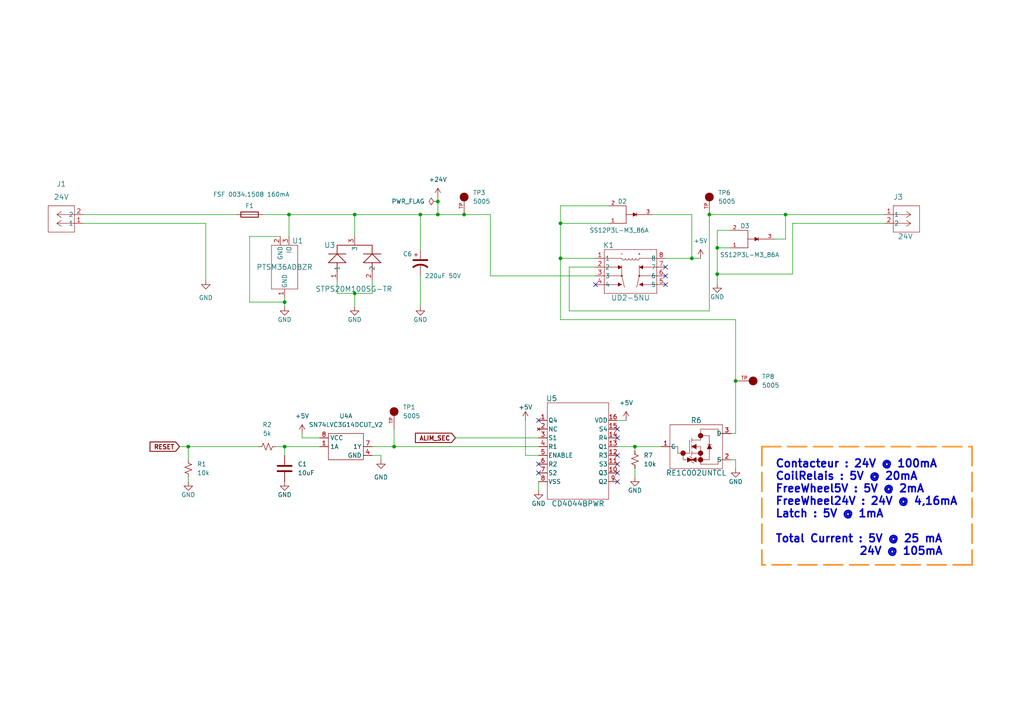
<source format=kicad_sch>
(kicad_sch (version 20211123) (generator eeschema)
  (paper "A4")
  (title_block (title "BUMBLEBEE") (date "2024-01-15") (rev "1.00") (company "ExoFlex") (comment 1 "Bumblebee"))
  (lib_symbols
    (symbol "1729128_1" (pin_names (offset 0.254))
      (property "Reference" "J" (at 6.35 3.81 0))
      (property "Value" "1729128_1" (at 8.89 -6.35 0))
      (symbol "1729128_1_1_1"
        (polyline (pts (xy 5.08 -5.08) (xy 12.7 -5.08)) (stroke (width 0.127)))
        (polyline (pts (xy 5.08 2.54) (xy 5.08 -5.08)) (stroke (width 0.127)))
        (polyline (pts (xy 10.16 -2.54) (xy 5.08 -2.54)) (stroke (width 0.127)))
        (polyline (pts (xy 10.16 -2.54) (xy 8.89 -3.3867)) (stroke (width 0.127)))
        (polyline (pts (xy 10.16 -2.54) (xy 8.89 -1.6933)) (stroke (width 0.127)))
        (polyline (pts (xy 10.16 0) (xy 5.08 0)) (stroke (width 0.127)))
        (polyline (pts (xy 10.16 0) (xy 8.89 -0.8467)) (stroke (width 0.127)))
        (polyline (pts (xy 10.16 0) (xy 8.89 0.8467)) (stroke (width 0.127)))
        (polyline (pts (xy 12.7 -5.08) (xy 12.7 2.54)) (stroke (width 0.127)))
        (polyline (pts (xy 12.7 2.54) (xy 5.08 2.54)) (stroke (width 0.127)))
        (pin unspecified line (at 2.54 0 0) (length 2.54) (name "1") (number "1"))
        (pin bidirectional line (at 2.54 -2.54 0) (length 2.54) (name "2") (number "2"))
      )
      (symbol "1729128_1_1_2"
        (polyline (pts (xy 5.08 -5.08) (xy 12.7 -5.08)) (stroke (width 0.127)))
        (polyline (pts (xy 5.08 2.54) (xy 5.08 -5.08)) (stroke (width 0.127)))
        (polyline (pts (xy 7.62 -2.54) (xy 5.08 -2.54)) (stroke (width 0.127)))
        (polyline (pts (xy 7.62 -2.54) (xy 8.89 -3.3867)) (stroke (width 0.127)))
        (polyline (pts (xy 7.62 -2.54) (xy 8.89 -1.6933)) (stroke (width 0.127)))
        (polyline (pts (xy 7.62 0) (xy 5.08 0)) (stroke (width 0.127)))
        (polyline (pts (xy 7.62 0) (xy 8.89 -0.8467)) (stroke (width 0.127)))
        (polyline (pts (xy 7.62 0) (xy 8.89 0.8467)) (stroke (width 0.127)))
        (polyline (pts (xy 12.7 -5.08) (xy 12.7 2.54)) (stroke (width 0.127)))
        (polyline (pts (xy 12.7 2.54) (xy 5.08 2.54)) (stroke (width 0.127)))
        (pin unspecified line (at 0 0 0) (length 5.08) (name "1") (number "1"))
        (pin unspecified line (at 0 -2.54 0) (length 5.08) (name "2") (number "2"))
      )
    )
    (symbol "Device:C" (pin_numbers hide) (pin_names (offset 0.254))
      (property "Reference" "C" (at 0.635 2.54 0))
      (property "Value" "C" (at 0.635 -2.54 0))
      (symbol "C_0_1"
        (polyline (pts (xy -2.032 -0.762) (xy 2.032 -0.762)) (stroke (width 0.508)))
        (polyline (pts (xy -2.032 0.762) (xy 2.032 0.762)) (stroke (width 0.508)))
      )
      (symbol "C_1_1"
        (pin passive line (at 0 3.81 270) (length 2.794) (name "~") (number "1"))
        (pin passive line (at 0 -3.81 90) (length 2.794) (name "~") (number "2"))
      )
    )
    (symbol "Device:C_Polarized_US" (pin_numbers hide) (pin_names (offset 0.254) hide)
      (property "Reference" "C" (at 0.635 2.54 0))
      (property "Value" "C_Polarized_US" (at 0.635 -2.54 0))
      (symbol "C_Polarized_US_0_1"
        (polyline (pts (xy -2.032 0.762) (xy 2.032 0.762)) (stroke (width 0.508)))
        (polyline (pts (xy -1.778 2.286) (xy -0.762 2.286)))
        (polyline (pts (xy -1.27 1.778) (xy -1.27 2.794)))
        (arc (start 2.032 -1.27) (mid 0 -0.5572) (end -2.032 -1.27) (stroke (width 0.508)))
      )
      (symbol "C_Polarized_US_1_1"
        (pin passive line (at 0 3.81 270) (length 2.794) (name "~") (number "1"))
        (pin passive line (at 0 -3.81 90) (length 3.302) (name "~") (number "2"))
      )
    )
    (symbol "Device:Fuse" (pin_numbers hide) (pin_names (offset 0))
      (property "Reference" "F" (at 2.032 0 90))
      (property "Value" "Fuse" (at -1.905 0 90))
      (symbol "Fuse_0_1"
        (rectangle (start -0.762 -2.54) (end 0.762 2.54) (stroke (width 0.254)))
        (polyline (pts (xy 0 2.54) (xy 0 -2.54)))
      )
      (symbol "Fuse_1_1"
        (pin passive line (at 0 3.81 270) (length 1.27) (name "~") (number "1"))
        (pin passive line (at 0 -3.81 90) (length 1.27) (name "~") (number "2"))
      )
    )
    (symbol "Device:R_Small_US" (pin_numbers hide) (pin_names (offset 0.254) hide)
      (property "Reference" "R" (at 0.762 0.508 0))
      (property "Value" "R_Small_US" (at 0.762 -1.016 0))
      (symbol "R_Small_US_1_1"
        (polyline (pts (xy 0 0) (xy 1.016 -0.381) (xy 0 -0.762) (xy -1.016 -1.143) (xy 0 -1.524)))
        (polyline (pts (xy 0 1.524) (xy 1.016 1.143) (xy 0 0.762) (xy -1.016 0.381) (xy 0 0)))
        (pin passive line (at 0 2.54 270) (length 1.016) (name "~") (number "1"))
        (pin passive line (at 0 -2.54 90) (length 1.016) (name "~") (number "2"))
      )
    )
    (symbol "SS12P2L-M3_86A_1" (pin_names (offset 1.016))
      (property "Reference" "D" (at -10.16 5.08 0))
      (property "Value" "SS12P2L-M3_86A_1" (at -10.16 -7.62 0))
      (symbol "SS12P2L-M3_86A_1_0_0"
        (polyline (pts (xy -2.54 -2.54) (xy -5.08 -2.54)) (stroke (width 0.1524)))
        (polyline (pts (xy -2.54 0) (xy -2.54 -2.54)) (stroke (width 0.1524)))
        (polyline (pts (xy -2.54 0) (xy -2.54 2.54)) (stroke (width 0.1524)))
        (polyline (pts (xy -2.54 0) (xy -0.508 0)) (stroke (width 0.1524)))
        (polyline (pts (xy -2.54 2.54) (xy -5.08 2.54)) (stroke (width 0.1524)))
        (polyline (pts (xy 0.508 -0.508) (xy 0.508 0.508)) (stroke (width 0.1524)))
        (polyline (pts (xy 0.508 0) (xy 2.54 0)) (stroke (width 0.1524)))
        (polyline (pts (xy -0.508 -0.508) (xy -0.508 0.508) (xy 0.508 0) (xy -0.508 -0.508)) (stroke (width 0.1524)) (fill (type outline)))
        (pin bidirectional line (at -7.62 -2.54 0) (length 2.54) (name "~") (number "1"))
        (pin bidirectional line (at -7.62 2.54 0) (length 2.54) (name "~") (number "2"))
        (pin bidirectional line (at 5.08 0 180) (length 2.54) (name "~") (number "3"))
      )
    )
    (symbol "SymLib:1729128" (pin_names (offset 0.254))
      (property "Reference" "J" (at 6.35 3.81 0))
      (property "Value" "1729128" (at 8.89 -6.35 0))
      (symbol "1729128_1_1"
        (polyline (pts (xy 5.08 -5.08) (xy 12.7 -5.08)) (stroke (width 0.127)))
        (polyline (pts (xy 5.08 2.54) (xy 5.08 -5.08)) (stroke (width 0.127)))
        (polyline (pts (xy 10.16 -2.54) (xy 5.08 -2.54)) (stroke (width 0.127)))
        (polyline (pts (xy 10.16 -2.54) (xy 8.89 -3.3867)) (stroke (width 0.127)))
        (polyline (pts (xy 10.16 -2.54) (xy 8.89 -1.6933)) (stroke (width 0.127)))
        (polyline (pts (xy 10.16 0) (xy 5.08 0)) (stroke (width 0.127)))
        (polyline (pts (xy 10.16 0) (xy 8.89 -0.8467)) (stroke (width 0.127)))
        (polyline (pts (xy 10.16 0) (xy 8.89 0.8467)) (stroke (width 0.127)))
        (polyline (pts (xy 12.7 -5.08) (xy 12.7 2.54)) (stroke (width 0.127)))
        (polyline (pts (xy 12.7 2.54) (xy 5.08 2.54)) (stroke (width 0.127)))
        (pin unspecified line (at 2.54 0 0) (length 2.54) (name "1") (number "1"))
        (pin unspecified line (at 2.54 -2.54 0) (length 2.54) (name "2") (number "2"))
      )
      (symbol "1729128_1_2"
        (polyline (pts (xy 5.08 -5.08) (xy 12.7 -5.08)) (stroke (width 0.127)))
        (polyline (pts (xy 5.08 2.54) (xy 5.08 -5.08)) (stroke (width 0.127)))
        (polyline (pts (xy 7.62 -2.54) (xy 5.08 -2.54)) (stroke (width 0.127)))
        (polyline (pts (xy 7.62 -2.54) (xy 8.89 -3.3867)) (stroke (width 0.127)))
        (polyline (pts (xy 7.62 -2.54) (xy 8.89 -1.6933)) (stroke (width 0.127)))
        (polyline (pts (xy 7.62 0) (xy 5.08 0)) (stroke (width 0.127)))
        (polyline (pts (xy 7.62 0) (xy 8.89 -0.8467)) (stroke (width 0.127)))
        (polyline (pts (xy 7.62 0) (xy 8.89 0.8467)) (stroke (width 0.127)))
        (polyline (pts (xy 12.7 -5.08) (xy 12.7 2.54)) (stroke (width 0.127)))
        (polyline (pts (xy 12.7 2.54) (xy 5.08 2.54)) (stroke (width 0.127)))
        (pin unspecified line (at 0 0 0) (length 5.08) (name "1") (number "1"))
        (pin unspecified line (at 0 -2.54 0) (length 5.08) (name "2") (number "2"))
      )
    )
    (symbol "SymLib:5005" (pin_names (offset 1.016))
      (property "Reference" "TP" (at -2.54 2.54 0))
      (property "Value" "5005" (at -2.54 -3.81 0))
      (symbol "5005_0_0"
        (circle (center 0 0) (radius 0.635) (stroke (width 1.27)))
        (pin passive line (at -5.08 0 0) (length 5.08) (name "~") (number "TP"))
      )
    )
    (symbol "SymLib:CD4044BPWR" (pin_names (offset 0.254))
      (property "Reference" "U" (at 8.89 6.35 0))
      (property "Value" "CD4044BPWR" (at 15.24 -24.13 0))
      (symbol "CD4044BPWR_0_1"
        (polyline (pts (xy 7.62 -22.86) (xy 25.4 -22.86)) (stroke (width 0.127)))
        (polyline (pts (xy 7.62 5.08) (xy 7.62 -22.86)) (stroke (width 0.127)))
        (polyline (pts (xy 25.4 -22.86) (xy 25.4 5.08)) (stroke (width 0.127)))
        (polyline (pts (xy 25.4 5.08) (xy 7.62 5.08)) (stroke (width 0.127)))
        (pin unspecified line (at 5.08 0 0) (length 2.54) (name "Q4") (number "1"))
        (pin unspecified line (at 27.94 -15.24 180) (length 2.54) (name "Q3") (number "10"))
        (pin unspecified line (at 27.94 -12.7 180) (length 2.54) (name "S3") (number "11"))
        (pin unspecified line (at 27.94 -10.16 180) (length 2.54) (name "R3") (number "12"))
        (pin unspecified line (at 27.94 -7.62 180) (length 2.54) (name "Q1") (number "13"))
        (pin unspecified line (at 27.94 -5.08 180) (length 2.54) (name "R4") (number "14"))
        (pin unspecified line (at 27.94 -2.54 180) (length 2.54) (name "S4") (number "15"))
        (pin bidirectional line (at 27.94 0 180) (length 2.54) (name "VDD") (number "16"))
        (pin no_connect line (at 5.08 -2.54 0) (length 2.54) (name "NC") (number "2"))
        (pin unspecified line (at 5.08 -5.08 0) (length 2.54) (name "S1") (number "3"))
        (pin unspecified line (at 5.08 -7.62 0) (length 2.54) (name "R1") (number "4"))
        (pin unspecified line (at 5.08 -10.16 0) (length 2.54) (name "ENABLE") (number "5"))
        (pin unspecified line (at 5.08 -12.7 0) (length 2.54) (name "R2") (number "6"))
        (pin unspecified line (at 5.08 -15.24 0) (length 2.54) (name "S2") (number "7"))
        (pin bidirectional line (at 5.08 -17.78 0) (length 2.54) (name "VSS") (number "8"))
        (pin unspecified line (at 27.94 -17.78 180) (length 2.54) (name "Q2") (number "9"))
      )
    )
    (symbol "SymLib:PTSM36ADBZR" (pin_names (offset 0.254))
      (property "Reference" "U" (at -5.08 5.08 0))
      (property "Value" "PTSM36ADBZR" (at 0 -5.08 0))
      (symbol "PTSM36ADBZR_0_1"
        (polyline (pts (xy -6.35 -3.81) (xy 6.35 -3.81)) (stroke (width 0.127)))
        (polyline (pts (xy -6.35 3.81) (xy -6.35 -3.81)) (stroke (width 0.127)))
        (polyline (pts (xy 6.35 -3.81) (xy 6.35 3.81)) (stroke (width 0.127)))
        (polyline (pts (xy 6.35 3.81) (xy -6.35 3.81)) (stroke (width 0.127)))
        (pin bidirectional line (at 8.89 0 180) (length 2.54) (name "GND") (number "1"))
        (pin bidirectional line (at -8.89 -1.27 0) (length 2.54) (name "GND") (number "2"))
        (pin bidirectional line (at -8.89 1.27 0) (length 2.54) (name "IO") (number "3"))
      )
    )
    (symbol "SymLib:RE1C002UNTCL" (pin_names (offset 0.254))
      (property "Reference" "R" (at 14.605 9.017 0))
      (property "Value" "RE1C002UNTCL" (at 21.59 -6.985 0))
      (symbol "RE1C002UNTCL_0_1"
        (polyline (pts (xy 13.97 -5.08) (xy 29.21 -5.08)) (stroke (width 0.127)))
        (polyline (pts (xy 13.97 7.62) (xy 13.97 -5.08)) (stroke (width 0.127)))
        (polyline (pts (xy 16.129 1.27) (xy 13.97 1.27)) (stroke (width 0.127)))
        (polyline (pts (xy 16.256 -0.635) (xy 16.256 1.27)) (stroke (width 0.127)))
        (polyline (pts (xy 17.78 -2.54) (xy 25.4 -2.54)) (stroke (width 0.127)))
        (polyline (pts (xy 17.78 -0.635) (xy 17.78 -2.54)) (stroke (width 0.127)))
        (polyline (pts (xy 19.05 -3.175) (xy 20.32 -2.54)) (stroke (width 0.127)))
        (polyline (pts (xy 19.05 -1.905) (xy 19.05 -3.175)) (stroke (width 0.127)))
        (polyline (pts (xy 19.685 -0.635) (xy 16.256 -0.635)) (stroke (width 0.127)))
        (polyline (pts (xy 19.685 3.175) (xy 19.685 -0.635)) (stroke (width 0.127)))
        (polyline (pts (xy 20.32 -3.175) (xy 20.955 -3.4925)) (stroke (width 0.127)))
        (polyline (pts (xy 20.32 -2.54) (xy 19.05 -1.905)) (stroke (width 0.127)))
        (polyline (pts (xy 20.32 -2.54) (xy 21.59 -1.905)) (stroke (width 0.127)))
        (polyline (pts (xy 20.32 -1.905) (xy 19.685 -1.5875)) (stroke (width 0.127)))
        (polyline (pts (xy 20.32 -1.905) (xy 20.32 -3.175)) (stroke (width 0.127)))
        (polyline (pts (xy 20.32 -0.635) (xy 22.86 -0.635)) (stroke (width 0.127)))
        (polyline (pts (xy 20.32 0) (xy 20.32 -1.27)) (stroke (width 0.127)))
        (polyline (pts (xy 20.32 1.27) (xy 21.59 1.905)) (stroke (width 0.127)))
        (polyline (pts (xy 20.32 1.905) (xy 20.32 0.635)) (stroke (width 0.127)))
        (polyline (pts (xy 20.32 2.54) (xy 20.32 3.81)) (stroke (width 0.127)))
        (polyline (pts (xy 20.32 3.175) (xy 22.86 3.175)) (stroke (width 0.127)))
        (polyline (pts (xy 21.59 -3.175) (xy 20.32 -2.54)) (stroke (width 0.127)))
        (polyline (pts (xy 21.59 -1.905) (xy 21.59 -3.175)) (stroke (width 0.127)))
        (polyline (pts (xy 21.59 0.635) (xy 20.32 1.27)) (stroke (width 0.127)))
        (polyline (pts (xy 21.59 1.905) (xy 21.59 0.635)) (stroke (width 0.127)))
        (polyline (pts (xy 22.86 1.27) (xy 20.32 1.27)) (stroke (width 0.127)))
        (polyline (pts (xy 22.86 1.27) (xy 22.86 -3.81)) (stroke (width 0.127)))
        (polyline (pts (xy 22.86 3.175) (xy 22.86 6.35)) (stroke (width 0.127)))
        (polyline (pts (xy 22.86 4.445) (xy 25.4 4.445)) (stroke (width 0.127)))
        (polyline (pts (xy 22.86 6.35) (xy 27.94 6.35)) (stroke (width 0.127)))
        (polyline (pts (xy 24.765 0.635) (xy 26.035 0.635)) (stroke (width 0.127)))
        (polyline (pts (xy 24.765 1.905) (xy 26.035 1.905)) (stroke (width 0.127)))
        (polyline (pts (xy 25.4 -2.54) (xy 25.4 4.445)) (stroke (width 0.127)))
        (polyline (pts (xy 25.4 1.905) (xy 24.765 0.635)) (stroke (width 0.127)))
        (polyline (pts (xy 26.035 0.635) (xy 25.4 1.905)) (stroke (width 0.127)))
        (polyline (pts (xy 27.94 -3.81) (xy 22.86 -3.81)) (stroke (width 0.127)))
        (polyline (pts (xy 27.94 -2.54) (xy 27.94 -3.81)) (stroke (width 0.127)))
        (polyline (pts (xy 27.94 5.08) (xy 29.21 5.08)) (stroke (width 0.127)))
        (polyline (pts (xy 27.94 6.35) (xy 27.94 5.08)) (stroke (width 0.127)))
        (polyline (pts (xy 29.21 -5.08) (xy 29.21 7.62)) (stroke (width 0.127)))
        (polyline (pts (xy 29.21 -2.54) (xy 27.94 -2.54)) (stroke (width 0.127)))
        (polyline (pts (xy 29.21 7.62) (xy 13.97 7.62)) (stroke (width 0.127)))
        (polyline (pts (xy 20.32 1.27) (xy 21.59 1.905) (xy 21.59 0.635)) (fill (type outline)))
        (polyline (pts (xy 24.765 0.635) (xy 26.035 0.635) (xy 25.4 1.905)) (fill (type outline)))
        (polyline (pts (xy 19.05 -1.905) (xy 19.05 -3.175) (xy 21.59 -1.905) (xy 21.59 -3.175)) (fill (type outline)))
        (circle (center 17.78 -0.635) (radius 0.127) (stroke (width 0.635)))
        (circle (center 22.86 -2.54) (radius 0.127) (stroke (width 0.635)))
        (circle (center 22.86 -0.635) (radius 0.127) (stroke (width 0.635)))
        (circle (center 22.86 4.445) (radius 0.127) (stroke (width 0.635)))
        (pin unspecified line (at 11.43 1.27 0) (length 2.54) (name "G") (number "1"))
        (pin unspecified line (at 31.75 -2.54 180) (length 2.54) (name "S") (number "2"))
        (pin unspecified line (at 31.75 5.08 180) (length 2.54) (name "D") (number "3"))
      )
    )
    (symbol "SymLib:SN74LVC3G14DCUT_V2"
      (property "Reference" "U" (at -3.81 5.08 0))
      (property "Value" "SN74LVC3G14DCUT_V2" (at 0 -5.08 0))
      (symbol "SN74LVC3G14DCUT_V2_0_1"
        (rectangle (start -5.08 -3.81) (end 5.08 -3.81))
        (rectangle (start -5.08 3.81) (end -5.08 -3.81))
        (rectangle (start -5.08 3.81) (end 5.08 3.81))
        (rectangle (start 5.08 3.81) (end 5.08 -3.81))
      )
      (symbol "SN74LVC3G14DCUT_V2_1_1"
        (pin bidirectional line (at -7.62 0 0) (length 2.54) (name "1A") (number "1"))
        (pin bidirectional line (at 7.62 -2.54 180) (length 2.54) (name "GND") (number "4"))
        (pin output line (at 7.62 0 180) (length 2.54) (name "1Y") (number "7"))
        (pin bidirectional line (at -7.62 2.54 0) (length 2.54) (name "VCC") (number "8"))
      )
      (symbol "SN74LVC3G14DCUT_V2_2_1"
        (pin bidirectional line (at -7.62 0 0) (length 2.54) (name "2A") (number "3"))
        (pin output line (at 7.62 0 180) (length 2.54) (name "2Y") (number "5"))
      )
      (symbol "SN74LVC3G14DCUT_V2_3_1"
        (pin output line (at 7.62 0 180) (length 2.54) (name "3Y") (number "2"))
        (pin bidirectional line (at -7.62 0 0) (length 2.54) (name "3A") (number "6"))
      )
    )
    (symbol "SymLib:SS12P2L-M3_86A" (pin_names (offset 1.016))
      (property "Reference" "D" (at -10.16 5.08 0))
      (property "Value" "SS12P2L-M3_86A" (at -10.16 -7.62 0))
      (symbol "SS12P2L-M3_86A_0_0"
        (polyline (pts (xy -2.54 -2.54) (xy -5.08 -2.54)) (stroke (width 0.1524)))
        (polyline (pts (xy -2.54 0) (xy -2.54 -2.54)) (stroke (width 0.1524)))
        (polyline (pts (xy -2.54 0) (xy -2.54 2.54)) (stroke (width 0.1524)))
        (polyline (pts (xy -2.54 0) (xy -0.508 0)) (stroke (width 0.1524)))
        (polyline (pts (xy -2.54 2.54) (xy -5.08 2.54)) (stroke (width 0.1524)))
        (polyline (pts (xy 0.508 -0.508) (xy 0.508 0.508)) (stroke (width 0.1524)))
        (polyline (pts (xy 0.508 0) (xy 2.54 0)) (stroke (width 0.1524)))
        (polyline (pts (xy -0.508 -0.508) (xy -0.508 0.508) (xy 0.508 0) (xy -0.508 -0.508)) (stroke (width 0.1524)) (fill (type outline)))
        (pin bidirectional line (at -7.62 -2.54 0) (length 2.54) (name "~") (number "1"))
        (pin bidirectional line (at -7.62 2.54 0) (length 2.54) (name "~") (number "2"))
        (pin bidirectional line (at 5.08 0 180) (length 2.54) (name "~") (number "3"))
      )
    )
    (symbol "SymLib:STPS20M100SG-TR" (pin_names (offset 0.254))
      (property "Reference" "U" (at 5.715 -15.24 0))
      (property "Value" "STPS20M100SG-TR" (at 5.715 -19.05 0))
      (symbol "STPS20M100SG-TR_0_1"
        (polyline (pts (xy 2.54 -10.16) (xy 5.08 -10.16)) (stroke (width 0.2032)))
        (polyline (pts (xy 2.54 0) (xy 5.08 0)) (stroke (width 0.2032)))
        (polyline (pts (xy 5.08 -12.7) (xy 5.08 -7.62)) (stroke (width 0.2032)))
        (polyline (pts (xy 5.08 -12.7) (xy 7.62 -10.16)) (stroke (width 0.2032)))
        (polyline (pts (xy 5.08 -7.62) (xy 7.62 -10.16)) (stroke (width 0.2032)))
        (polyline (pts (xy 5.08 -2.54) (xy 7.62 0)) (stroke (width 0.2032)))
        (polyline (pts (xy 5.08 2.54) (xy 5.08 -2.54)) (stroke (width 0.2032)))
        (polyline (pts (xy 5.08 2.54) (xy 7.62 0)) (stroke (width 0.2032)))
        (polyline (pts (xy 7.62 -12.7) (xy 7.62 -7.62)) (stroke (width 0.2032)))
        (polyline (pts (xy 7.62 2.54) (xy 7.62 -2.54)) (stroke (width 0.2032)))
        (polyline (pts (xy 10.16 -10.16) (xy 7.62 -10.16)) (stroke (width 0.2032)))
        (polyline (pts (xy 10.16 0) (xy 7.62 0)) (stroke (width 0.2032)))
        (polyline (pts (xy 10.16 0) (xy 10.16 -10.16)) (stroke (width 0.2032)))
        (pin unspecified line (at 0 0 0) (length 2.54) (name "1") (number "1"))
        (pin unspecified line (at 0 -10.16 0) (length 2.54) (name "2") (number "2"))
        (pin unspecified line (at 12.7 -5.08 180) (length 2.54) (name "3") (number "3"))
      )
    )
    (symbol "SymLib:UD2-5NU" (pin_names (offset 0.254))
      (property "Reference" "K" (at 8.89 3.81 0))
      (property "Value" "UD2-5NU" (at 12.7 -11.43 0))
      (symbol "UD2-5NU_0_1"
        (polyline (pts (xy 7.62 -10.16) (xy 22.86 -10.16)) (stroke (width 0.127)))
        (polyline (pts (xy 7.62 -7.62) (xy 12.192 -7.62)) (stroke (width 0.127)))
        (polyline (pts (xy 7.62 -5.08) (xy 12.7 -5.08)) (stroke (width 0.127)))
        (polyline (pts (xy 7.62 -2.54) (xy 12.192 -2.54)) (stroke (width 0.127)))
        (polyline (pts (xy 7.62 0) (xy 12.7 0)) (stroke (width 0.127)))
        (polyline (pts (xy 7.62 2.54) (xy 7.62 -10.16)) (stroke (width 0.127)))
        (polyline (pts (xy 12.446 1.27) (xy 12.954 1.27)) (stroke (width 0.127)))
        (polyline (pts (xy 12.7 -5.08) (xy 12.7 -2.032)) (stroke (width 0.127)))
        (polyline (pts (xy 12.7 -5.08) (xy 13.462 -8.382)) (stroke (width 0.127)))
        (polyline (pts (xy 17.526 1.27) (xy 18.034 1.27)) (stroke (width 0.127)))
        (polyline (pts (xy 17.78 -5.08) (xy 17.018 -8.382)) (stroke (width 0.127)))
        (polyline (pts (xy 17.78 -5.08) (xy 17.78 -2.032)) (stroke (width 0.127)))
        (polyline (pts (xy 17.78 0) (xy 22.86 0)) (stroke (width 0.127)))
        (polyline (pts (xy 17.78 1.524) (xy 17.78 1.016)) (stroke (width 0.127)))
        (polyline (pts (xy 22.86 -10.16) (xy 22.86 2.54)) (stroke (width 0.127)))
        (polyline (pts (xy 22.86 -7.62) (xy 18.288 -7.62)) (stroke (width 0.127)))
        (polyline (pts (xy 22.86 -5.08) (xy 17.78 -5.08)) (stroke (width 0.127)))
        (polyline (pts (xy 22.86 -2.54) (xy 18.288 -2.54)) (stroke (width 0.127)))
        (polyline (pts (xy 22.86 2.54) (xy 7.62 2.54)) (stroke (width 0.127)))
        (polyline (pts (xy 12.7 -7.62) (xy 11.684 -7.112) (xy 11.684 -8.128)) (fill (type outline)))
        (polyline (pts (xy 12.7 -2.54) (xy 11.684 -3.048) (xy 11.684 -2.032)) (fill (type outline)))
        (polyline (pts (xy 17.78 -7.62) (xy 18.796 -7.112) (xy 18.796 -8.128)) (fill (type outline)))
        (polyline (pts (xy 17.78 -2.54) (xy 18.796 -3.048) (xy 18.796 -2.032)) (fill (type outline)))
        (circle (center 12.7 -5.08) (radius 0.127) (stroke (width 0.254)))
        (arc (start 12.7 0) (mid 13.208 -0.508) (end 13.716 0) (stroke (width 0.127)))
        (arc (start 13.716 0) (mid 14.224 -0.508) (end 14.732 0) (stroke (width 0.127)))
        (arc (start 14.732 0) (mid 15.24 -0.508) (end 15.748 0) (stroke (width 0.127)))
        (arc (start 15.748 0) (mid 16.256 -0.508) (end 16.764 0) (stroke (width 0.127)))
        (arc (start 16.764 0) (mid 17.272 -0.508) (end 17.78 0) (stroke (width 0.127)))
        (circle (center 17.78 -5.08) (radius 0.127) (stroke (width 0.254)))
        (pin unspecified line (at 5.08 0 0) (length 2.54) (name "1") (number "1"))
        (pin bidirectional line (at 5.08 -2.54 0) (length 2.54) (name "2") (number "2"))
        (pin bidirectional line (at 5.08 -5.08 0) (length 2.54) (name "3") (number "3"))
        (pin bidirectional line (at 5.08 -7.62 0) (length 2.54) (name "4") (number "4"))
        (pin unspecified line (at 25.4 -7.62 180) (length 2.54) (name "5") (number "5"))
        (pin unspecified line (at 25.4 -5.08 180) (length 2.54) (name "6") (number "6"))
        (pin unspecified line (at 25.4 -2.54 180) (length 2.54) (name "7") (number "7"))
        (pin unspecified line (at 25.4 0 180) (length 2.54) (name "8") (number "8"))
      )
    )
    (symbol "power:+24V" (power) (pin_names (offset 0))
      (property "Value" "+24V" (at 0 3.556 0))
      (symbol "+24V_0_1"
        (polyline (pts (xy -0.762 1.27) (xy 0 2.54)))
        (polyline (pts (xy 0 0) (xy 0 2.54)))
        (polyline (pts (xy 0 2.54) (xy 0.762 1.27)))
      )
      (symbol "+24V_1_1"
        (pin power_in line (at 0 0 90) (length 0) hide (name "+24V") (number "1"))
      )
    )
    (symbol "power:+5V" (power) (pin_names (offset 0))
      (property "Value" "+5V" (at 0 3.556 0))
      (symbol "+5V_0_1"
        (polyline (pts (xy -0.762 1.27) (xy 0 2.54)))
        (polyline (pts (xy 0 0) (xy 0 2.54)))
        (polyline (pts (xy 0 2.54) (xy 0.762 1.27)))
      )
      (symbol "+5V_1_1"
        (pin power_in line (at 0 0 90) (length 0) hide (name "+5V") (number "1"))
      )
    )
    (symbol "power:GND" (power) (pin_names (offset 0))
      (property "Value" "GND" (at 0 -3.81 0))
      (symbol "GND_0_1"
        (polyline (pts (xy 0 0) (xy 0 -1.27) (xy 1.27 -1.27) (xy 0 -2.54) (xy -1.27 -1.27) (xy 0 -1.27)))
      )
      (symbol "GND_1_1"
        (pin power_in line (at 0 0 270) (length 0) hide (name "GND") (number "1"))
      )
    )
    (symbol "power:PWR_FLAG" (power) (pin_numbers hide) (pin_names (offset 0) hide)
      (property "Value" "PWR_FLAG" (at 0 3.81 0))
      (symbol "PWR_FLAG_0_0"
        (pin power_out line (at 0 0 90) (length 0) (name "pwr") (number "1"))
      )
      (symbol "PWR_FLAG_0_1"
        (polyline (pts (xy 0 0) (xy 0 1.27) (xy -1.016 1.905) (xy 0 2.54) (xy 1.016 1.905) (xy 0 1.27)))
      )
    )
  )
  (junction (at 134.62 62.23))
  (junction (at 102.87 85.09))
  (junction (at 127 58.42))
  (junction (at 82.55 87.63))
  (junction (at 162.56 74.93))
  (junction (at 54.61 129.54))
  (junction (at 208.026 71.882))
  (junction (at 102.87 62.23))
  (junction (at 82.55 129.54))
  (junction (at 127 62.23))
  (junction (at 213.36 110.49))
  (junction (at 83.82 62.23))
  (junction (at 114.3 129.54))
  (junction (at 208.026 79.502))
  (junction (at 227.838 62.23))
  (junction (at 205.74 62.23))
  (junction (at 121.92 62.23))
  (junction (at 162.56 64.77))
  (junction (at 184.15 129.54))
  (junction (at 200.66 74.93))
  (no_connect (at 156.21 121.92))
  (no_connect (at 156.21 137.16))
  (no_connect (at 179.07 134.62))
  (no_connect (at 156.21 134.62))
  (no_connect (at 179.07 139.7))
  (no_connect (at 179.07 137.16))
  (no_connect (at 193.04 77.47))
  (no_connect (at 172.72 82.55))
  (no_connect (at 179.07 132.08))
  (no_connect (at 193.04 80.01))
  (no_connect (at 193.04 82.55))
  (no_connect (at 179.07 124.46))
  (no_connect (at 179.07 127))
  (wire (pts (xy 208.026 71.882) (xy 208.026 79.502)))
  (wire (pts (xy 224.536 69.342) (xy 227.838 69.342)))
  (wire (pts (xy 83.82 68.58) (xy 83.82 62.23)))
  (wire (pts (xy 121.92 62.23) (xy 127 62.23)))
  (wire (pts (xy 212.09 133.35) (xy 213.36 133.35)))
  (wire (pts (xy 110.49 133.35) (xy 110.49 132.08)))
  (wire (pts (xy 162.56 74.93) (xy 162.56 92.71)))
  (wire (pts (xy 189.23 62.23) (xy 200.66 62.23)))
  (wire (pts (xy 176.53 64.77) (xy 162.56 64.77)))
  (wire (pts (xy 59.69 64.77) (xy 59.69 81.28)))
  (wire (pts (xy 102.87 68.58) (xy 102.87 62.23)))
  (wire (pts (xy 227.838 62.23) (xy 256.54 62.23)))
  (wire (pts (xy 132.08 127) (xy 156.21 127)))
  (wire (pts (xy 54.61 138.43) (xy 54.61 139.7)))
  (wire (pts (xy 162.56 74.93) (xy 172.72 74.93)))
  (wire (pts (xy 97.79 81.28) (xy 97.79 85.09)))
  (wire (pts (xy 165.1 90.17) (xy 205.74 90.17)))
  (polyline (pts (xy 281.94 163.83) (xy 220.98 163.83)) (stroke (width 0.5) (type dash) (color 255 148 44 1)))
  (wire (pts (xy 54.61 129.54) (xy 74.93 129.54)))
  (wire (pts (xy 162.56 59.69) (xy 162.56 64.77)))
  (wire (pts (xy 142.24 62.23) (xy 142.24 80.01)))
  (wire (pts (xy 83.82 62.23) (xy 76.2 62.23)))
  (polyline (pts (xy 220.98 129.54) (xy 281.94 129.54)) (stroke (width 0.5) (type dash) (color 255 148 44 1)))
  (wire (pts (xy 107.95 129.54) (xy 114.3 129.54)))
  (wire (pts (xy 208.026 66.802) (xy 208.026 71.882)))
  (wire (pts (xy 127 62.23) (xy 134.62 62.23)))
  (wire (pts (xy 213.36 92.71) (xy 213.36 110.49)))
  (wire (pts (xy 213.36 133.35) (xy 213.36 135.89)))
  (wire (pts (xy 184.15 129.54) (xy 179.07 129.54)))
  (polyline (pts (xy 281.94 129.54) (xy 281.94 163.83)) (stroke (width 0.5) (type dash) (color 255 148 44 1)))
  (wire (pts (xy 72.39 68.58) (xy 72.39 87.63)))
  (wire (pts (xy 229.87 79.502) (xy 208.026 79.502)))
  (wire (pts (xy 121.92 80.01) (xy 121.92 88.9)))
  (wire (pts (xy 52.07 129.54) (xy 54.61 129.54)))
  (wire (pts (xy 227.838 69.342) (xy 227.838 62.23)))
  (wire (pts (xy 211.836 71.882) (xy 208.026 71.882)))
  (wire (pts (xy 82.55 129.54) (xy 82.55 132.08)))
  (wire (pts (xy 102.87 62.23) (xy 121.92 62.23)))
  (wire (pts (xy 184.15 135.89) (xy 184.15 138.43)))
  (wire (pts (xy 81.28 68.58) (xy 72.39 68.58)))
  (wire (pts (xy 205.74 62.23) (xy 227.838 62.23)))
  (wire (pts (xy 213.36 125.73) (xy 212.09 125.73)))
  (wire (pts (xy 229.87 64.77) (xy 229.87 79.502)))
  (wire (pts (xy 142.24 80.01) (xy 172.72 80.01)))
  (wire (pts (xy 83.82 62.23) (xy 102.87 62.23)))
  (wire (pts (xy 114.3 124.46) (xy 114.3 129.54)))
  (wire (pts (xy 152.4 132.08) (xy 152.4 121.92)))
  (wire (pts (xy 134.62 62.23) (xy 142.24 62.23)))
  (wire (pts (xy 229.87 64.77) (xy 256.54 64.77)))
  (wire (pts (xy 156.21 132.08) (xy 152.4 132.08)))
  (wire (pts (xy 114.3 129.54) (xy 156.21 129.54)))
  (wire (pts (xy 176.53 59.69) (xy 162.56 59.69)))
  (wire (pts (xy 82.55 129.54) (xy 92.71 129.54)))
  (wire (pts (xy 200.66 62.23) (xy 200.66 74.93)))
  (polyline (pts (xy 220.98 129.54) (xy 220.98 163.83)) (stroke (width 0.5) (type dash) (color 255 148 44 1)))
  (wire (pts (xy 156.21 139.7) (xy 156.21 142.24)))
  (wire (pts (xy 80.01 129.54) (xy 82.55 129.54)))
  (wire (pts (xy 213.36 110.49) (xy 213.36 125.73)))
  (wire (pts (xy 184.15 129.54) (xy 184.15 130.81)))
  (wire (pts (xy 127 58.42) (xy 127 62.23)))
  (wire (pts (xy 165.1 77.47) (xy 172.72 77.47)))
  (wire (pts (xy 162.56 92.71) (xy 213.36 92.71)))
  (wire (pts (xy 179.07 121.92) (xy 181.61 121.92)))
  (wire (pts (xy 72.39 87.63) (xy 82.55 87.63)))
  (wire (pts (xy 208.026 79.502) (xy 208.026 82.296)))
  (wire (pts (xy 107.95 81.28) (xy 107.95 85.09)))
  (wire (pts (xy 97.79 85.09) (xy 102.87 85.09)))
  (wire (pts (xy 121.92 72.39) (xy 121.92 62.23)))
  (wire (pts (xy 24.13 62.23) (xy 68.58 62.23)))
  (wire (pts (xy 165.1 77.47) (xy 165.1 90.17)))
  (wire (pts (xy 82.55 87.63) (xy 82.55 86.36)))
  (wire (pts (xy 87.63 127) (xy 87.63 125.73)))
  (wire (pts (xy 110.49 132.08) (xy 107.95 132.08)))
  (wire (pts (xy 82.55 88.9) (xy 82.55 87.63)))
  (wire (pts (xy 127 57.15) (xy 127 58.42)))
  (wire (pts (xy 162.56 64.77) (xy 162.56 74.93)))
  (wire (pts (xy 102.87 88.9) (xy 102.87 85.09)))
  (wire (pts (xy 54.61 129.54) (xy 54.61 133.35)))
  (wire (pts (xy 205.74 90.17) (xy 205.74 62.23)))
  (wire (pts (xy 200.66 74.93) (xy 203.2 74.93)))
  (wire (pts (xy 107.95 85.09) (xy 102.87 85.09)))
  (wire (pts (xy 211.836 66.802) (xy 208.026 66.802)))
  (wire (pts (xy 24.13 64.77) (xy 59.69 64.77)))
  (wire (pts (xy 92.71 127) (xy 87.63 127)))
  (wire (pts (xy 191.77 129.54) (xy 184.15 129.54)))
  (wire (pts (xy 193.04 74.93) (xy 200.66 74.93)))
  (text "Contacteur : 24V @ 100mA\nCoilRelais : 5V @ 20mA\nFreeWheel5V : 5V @ 2mA\nFreeWheel24V : 24V @ 4,16mA\nLatch : 5V @ 1mA\n\nTotal Current : 5V @ 25 mA\n		    24V @ 105mA" (at 224.79 161.29 0) (effects (font (size 2.25 2.25) (thickness 0.45) bold) (justify left bottom)))
  (global_label "ALIM_SEC" (shape input) (at 132.08 127 180) (effects (font (thickness 0.254) bold)) (property "Intersheet References" "${INTERSHEET_REFS}" (effects hide)))
  (global_label "RESET" (shape input) (at 52.07 129.54 180) (effects (font (thickness 0.254) bold)) (property "Intersheet References" "${INTERSHEET_REFS}" (effects hide)))
  (symbol (lib_id "power:GND") (at 184.15 138.43 0) (unit 1)
    (property "Reference" "#PWR020" (effects hide))
    (property "Value" "GND" (at 184.15 142.24 0))
  )
  (symbol (lib_id "power:+24V") (at 127 57.15 0) (unit 1)
    (property "Reference" "#PWR017" (effects hide))
    (property "Value" "+24V" (at 127 52.07 0))
  )
  (symbol (lib_id "power:GND") (at 102.87 88.9 0) (unit 1)
    (property "Reference" "#PWR010" (effects hide))
    (property "Value" "GND" (at 102.87 92.71 0))
  )
  (symbol (lib_id "SymLib:5005") (at 114.3 119.38 90) (unit 1)
    (property "Reference" "TP1" (at 116.84 118.1099 90) (effects (justify right)))
    (property "Value" "5005" (at 116.84 120.6499 90) (effects (justify right)))
    (property "Footprint" "FootPrint:KEYSTONE_5005" (effects hide))
    (property "MF" "Keystone Electronics" (effects hide))
    (property "DESCRIPTION" "Compact THM Test Point -Red" (effects hide))
    (property "PACKAGE" "NON STANDARD-1 Keystone" (effects hide))
    (property "PRICE" "None" (effects hide))
    (property "MP" "5005" (effects hide))
    (property "AVAILABILITY" "In Stock" (effects hide))
    (property "PURCHASE-URL" "https://pricing.snapeda.com/search/part/5005/?ref=eda" (effects hide))
  )
  (symbol (lib_id "Device:Fuse") (at 72.39 62.23 90) (unit 1)
    (property "Reference" "F1" (at 72.39 59.69 90))
    (property "Value" "FSF 0034.1508 160mA" (at 72.898 56.388 90))
    (property "Footprint" "FootPrint:696108003002" (effects hide))
  )
  (symbol (lib_id "SymLib:CD4044BPWR") (at 151.13 121.92 0) (unit 1)
    (property "Reference" "U5" (at 160.02 115.57 0) (effects (font (size 1.524 1.524))))
    (property "Value" "CD4044BPWR" (at 167.64 146.05 0) (effects (font (size 1.524 1.524))))
    (property "Footprint" "FootPrint:CD4044BPWR" (effects hide))
    (property "Datasheet" "CD4044BPWR" (effects hide))
  )
  (symbol (lib_id "SymLib:PTSM36ADBZR") (at 82.55 77.47 270) (unit 1)
    (property "Reference" "U1" (at 86.36 69.85 90) (effects (font (size 1.524 1.524))))
    (property "Value" "PTSM36ADBZR" (at 82.55 77.47 90) (effects (font (size 1.524 1.524))))
    (property "Footprint" "FootPrint:SOT-23-3_DBZ_TEX" (effects hide))
    (property "Datasheet" "PTSM36ADBZR" (effects hide))
  )
  (symbol (lib_id "SymLib:5005") (at 205.74 57.15 90) (unit 1)
    (property "Reference" "TP6" (at 208.28 55.8799 90) (effects (justify right)))
    (property "Value" "5005" (at 208.28 58.4199 90) (effects (justify right)))
    (property "Footprint" "FootPrint:KEYSTONE_5005" (effects hide))
    (property "MF" "Keystone Electronics" (effects hide))
    (property "DESCRIPTION" "Compact THM Test Point -Red" (effects hide))
    (property "PACKAGE" "NON STANDARD-1 Keystone" (effects hide))
    (property "PRICE" "None" (effects hide))
    (property "MP" "5005" (effects hide))
    (property "AVAILABILITY" "In Stock" (effects hide))
    (property "PURCHASE-URL" "https://pricing.snapeda.com/search/part/5005/?ref=eda" (effects hide))
  )
  (symbol (lib_id "power:GND") (at 110.49 133.35 0) (unit 1)
    (property "Reference" "#PWR012" (effects hide))
    (property "Value" "GND" (at 110.49 138.43 0))
  )
  (symbol (lib_id "power:GND") (at 156.21 142.24 0) (unit 1)
    (property "Reference" "#PWR018" (effects hide))
    (property "Value" "GND" (at 156.21 146.05 0))
  )
  (symbol (lib_id "power:+5V") (at 152.4 121.92 0) (unit 1)
    (property "Reference" "#PWR?" (effects hide))
    (property "Value" "+5V" (at 152.4 118.11 0))
  )
  (symbol (lib_id "SymLib:SN74LVC3G14DCUT_V2") (at 100.33 129.54 0) (unit 1)
    (property "Reference" "U4" (at 100.33 120.65 0))
    (property "Value" "SN74LVC3G14DCUT_V2" (at 100.33 123.19 0))
    (property "Footprint" "FootPrint:SN74LVC3G14DCUT" (effects hide))
  )
  (symbol (lib_id "power:PWR_FLAG") (at 127 58.42 90) (unit 1)
    (property "Reference" "#FLG02" (effects hide))
    (property "Value" "PWR_FLAG" (at 123.19 58.4199 90) (effects (justify left)))
  )
  (symbol (lib_id "Device:R_Small_US") (at 77.47 129.54 90) (unit 1)
    (property "Reference" "R2" (at 77.47 123.19 90))
    (property "Value" "5k" (at 77.47 125.73 90))
    (property "Footprint" "Resistor_SMD:R_0603_1608Metric" (effects hide))
  )
  (symbol (lib_id "SymLib:UD2-5NU") (at 167.64 74.93 0) (unit 1)
    (property "Reference" "K1" (at 176.53 71.12 0) (effects (font (size 1.524 1.524))))
    (property "Value" "UD2-5NU" (at 182.88 86.36 0) (effects (font (size 1.524 1.524))))
    (property "Footprint" "FootPrint:UD2_NU_KEM-L" (effects hide))
    (property "Datasheet" "UD2-5NU" (effects hide))
  )
  (symbol (lib_id "SymLib:1729128") (at 254 62.23 0) (unit 1)
    (property "Reference" "J3" (at 259.08 57.15 0) (effects (font (size 1.524 1.524)) (justify left)))
    (property "Value" "24V" (at 260.35 68.58 0) (effects (font (size 1.524 1.524)) (justify left)))
    (property "Footprint" "FootPrint:TerminalBlock14AWG" (effects hide))
    (property "Datasheet" "1729128" (effects hide))
  )
  (symbol (lib_id "power:+5V") (at 181.61 121.92 0) (unit 1)
    (property "Reference" "#PWR019" (effects hide))
    (property "Value" "+5V" (at 181.61 116.84 0))
  )
  (symbol (lib_id "SymLib:SS12P2L-M3_86A") (at 219.456 69.342 0) (unit 1)
    (property "Reference" "D3" (at 217.424 65.532 0) (effects (justify right)))
    (property "Value" "SS12P3L-M3_86A" (at 226.06 73.914 0) (effects (justify right)))
    (property "Footprint" "FootPrint:DIO_SS12P2L-M3_86A" (effects hide))
    (property "STANDARD" "Manufacturer Recommendations" (effects hide))
    (property "MANUFACTURER" "VISHAY" (effects hide))
  )
  (symbol (lib_id "power:GND") (at 82.55 139.7 0) (unit 1)
    (property "Reference" "#PWR05" (effects hide))
    (property "Value" "GND" (at 82.55 143.51 0))
  )
  (symbol (lib_id "power:GND") (at 54.61 139.7 0) (unit 1)
    (property "Reference" "#PWR01" (effects hide))
    (property "Value" "GND" (at 54.61 143.51 0))
  )
  (symbol (lib_id "SymLib:RE1C002UNTCL") (at 180.34 130.81 0) (unit 1)
    (property "Reference" "R6" (at 201.93 121.92 0) (effects (font (size 1.524 1.524))))
    (property "Value" "RE1C002UNTCL" (at 201.93 137.16 0) (effects (font (size 1.524 1.524))))
    (property "Footprint" "FootPrint:DIO_RB558WMF_ROM" (effects hide))
    (property "Datasheet" "RE1C002UNTCL" (effects hide))
  )
  (symbol (lib_id "Device:R_Small_US") (at 54.61 135.89 0) (unit 1)
    (property "Reference" "R1" (at 57.15 134.6199 0) (effects (justify left)))
    (property "Value" "10k" (at 57.15 137.1599 0) (effects (justify left)))
    (property "Footprint" "Resistor_SMD:R_0603_1608Metric" (effects hide))
  )
  (symbol (lib_id "power:GND") (at 59.69 81.28 0) (unit 1)
    (property "Reference" "#PWR02" (effects hide))
    (property "Value" "GND" (at 59.69 86.36 0))
  )
  (symbol (lib_id "power:GND") (at 208.026 82.296 0) (unit 1)
    (property "Reference" "#PWR022" (effects hide))
    (property "Value" "GND" (at 208.026 86.106 0))
  )
  (symbol (lib_id "power:+5V") (at 87.63 125.73 0) (unit 1)
    (property "Reference" "#PWR08" (effects hide))
    (property "Value" "+5V" (at 87.63 120.65 0))
  )
  (symbol (lib_name "SS12P2L-M3_86A_1") (lib_id "SymLib:SS12P2L-M3_86A") (at 184.15 62.23 0) (unit 1)
    (property "Reference" "D2" (at 181.864 58.42 0) (effects (justify right)))
    (property "Value" "SS12P3L-M3_86A" (at 188.214 66.802 0) (effects (justify right)))
    (property "Footprint" "FootPrint:DIO_SS12P2L-M3_86A" (effects hide))
    (property "STANDARD" "Manufacturer Recommendations" (effects hide))
    (property "MANUFACTURER" "VISHAY" (effects hide))
  )
  (symbol (lib_id "SymLib:5005") (at 134.62 57.15 90) (unit 1)
    (property "Reference" "TP3" (at 137.16 55.8799 90) (effects (justify right)))
    (property "Value" "5005" (at 137.16 58.4199 90) (effects (justify right)))
    (property "Footprint" "FootPrint:KEYSTONE_5005" (effects hide))
    (property "MF" "Keystone Electronics" (effects hide))
    (property "DESCRIPTION" "Compact THM Test Point -Red" (effects hide))
    (property "PACKAGE" "NON STANDARD-1 Keystone" (effects hide))
    (property "PRICE" "None" (effects hide))
    (property "MP" "5005" (effects hide))
    (property "AVAILABILITY" "In Stock" (effects hide))
    (property "PURCHASE-URL" "https://pricing.snapeda.com/search/part/5005/?ref=eda" (effects hide))
  )
  (symbol (lib_id "SymLib:STPS20M100SG-TR") (at 97.79 81.28 90) (unit 1)
    (property "Reference" "U3" (at 93.98 71.12 90) (effects (font (size 1.524 1.524)) (justify right)))
    (property "Value" "STPS20M100SG-TR" (at 91.44 83.82 90) (effects (font (size 1.524 1.524)) (justify right)))
    (property "Footprint" "FootPrint:D2PAK_STM" (effects hide))
    (property "Datasheet" "STPS20M100SG-TR" (effects hide))
  )
  (symbol (lib_id "SymLib:5005") (at 218.44 110.49 0) (unit 1)
    (property "Reference" "TP8" (at 220.98 109.2199 0) (effects (justify left)))
    (property "Value" "5005" (at 220.98 111.7599 0) (effects (justify left)))
    (property "Footprint" "FootPrint:KEYSTONE_5005" (effects hide))
    (property "MF" "Keystone Electronics" (effects hide))
    (property "DESCRIPTION" "Compact THM Test Point -Red" (effects hide))
    (property "PACKAGE" "NON STANDARD-1 Keystone" (effects hide))
    (property "PRICE" "None" (effects hide))
    (property "MP" "5005" (effects hide))
    (property "AVAILABILITY" "In Stock" (effects hide))
    (property "PURCHASE-URL" "https://pricing.snapeda.com/search/part/5005/?ref=eda" (effects hide))
  )
  (symbol (lib_id "power:GND") (at 121.92 88.9 0) (unit 1)
    (property "Reference" "#PWR016" (effects hide))
    (property "Value" "GND" (at 121.92 92.71 0))
  )
  (symbol (lib_id "Device:R_Small_US") (at 184.15 133.35 180) (unit 1)
    (property "Reference" "R7" (at 186.69 132.0799 0) (effects (justify right)))
    (property "Value" "10k" (at 186.69 134.6199 0) (effects (justify right)))
    (property "Footprint" "Resistor_SMD:R_0603_1608Metric" (effects hide))
  )
  (symbol (lib_id "power:GND") (at 213.36 135.89 0) (unit 1)
    (property "Reference" "#PWR023" (effects hide))
    (property "Value" "GND" (at 213.36 139.7 0))
  )
  (symbol (lib_name "1729128_1") (lib_id "SymLib:1729128") (at 26.67 64.77 180) (unit 1)
    (property "Reference" "J1" (at 17.78 53.34 0) (effects (font (size 1.524 1.524))))
    (property "Value" "24V" (at 17.78 57.15 0) (effects (font (size 1.524 1.524))))
    (property "Footprint" "FootPrint:TerminalBlock14AWG" (effects hide))
    (property "Datasheet" "1729128" (effects hide))
  )
  (symbol (lib_id "power:+5V") (at 203.2 74.93 0) (unit 1)
    (property "Reference" "#PWR021" (effects hide))
    (property "Value" "+5V" (at 203.2 69.85 0))
  )
  (symbol (lib_id "Device:C") (at 82.55 135.89 0) (unit 1)
    (property "Reference" "C1" (at 86.36 134.6199 0) (effects (justify left)))
    (property "Value" "10uF" (at 86.36 137.1599 0) (effects (justify left)))
    (property "Footprint" "Capacitor_SMD:C_0603_1608Metric" (effects hide))
  )
  (symbol (lib_id "power:GND") (at 82.55 88.9 0) (unit 1)
    (property "Reference" "#PWR04" (effects hide))
    (property "Value" "GND" (at 82.55 92.71 0))
  )
  (symbol (lib_id "Device:C_Polarized_US") (at 121.92 76.2 0) (unit 1)
    (property "Reference" "C6" (at 116.84 73.66 0) (effects (justify left)))
    (property "Value" "220uF 50V" (at 123.19 80.01 0) (effects (justify left)))
    (property "Footprint" "FootPrint:CAP_EEHZS1H221P" (effects hide))
  )
)
</source>
